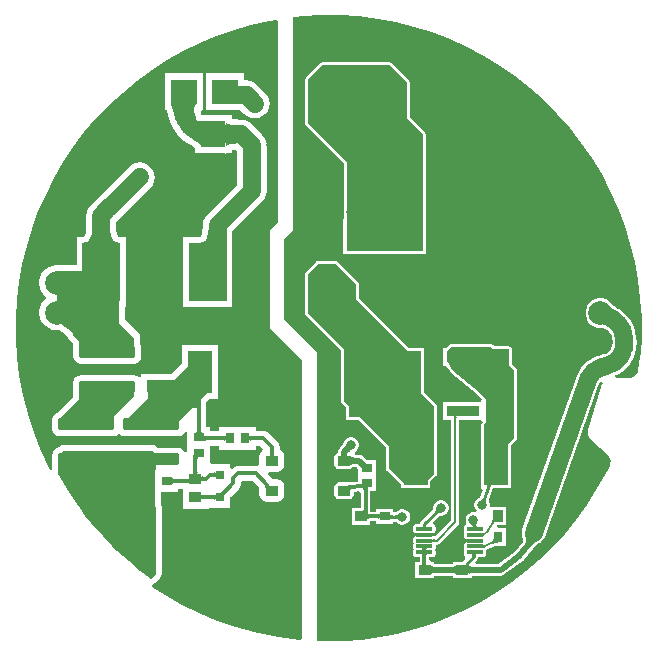
<source format=gtl>
G04*
G04 #@! TF.GenerationSoftware,Altium Limited,Altium Designer,24.6.1 (21)*
G04*
G04 Layer_Physical_Order=1*
G04 Layer_Color=255*
%FSLAX44Y44*%
%MOMM*%
G71*
G04*
G04 #@! TF.SameCoordinates,48E0A80C-5936-4B5D-ADAE-7FFE2CBD9C5D*
G04*
G04*
G04 #@! TF.FilePolarity,Positive*
G04*
G01*
G75*
%ADD10C,0.2000*%
%ADD12C,0.2500*%
%ADD13C,0.3000*%
%ADD15R,3.1750X4.9530*%
G04:AMPARAMS|DCode=16|XSize=1.4mm|YSize=0.28mm|CornerRadius=0.035mm|HoleSize=0mm|Usage=FLASHONLY|Rotation=180.000|XOffset=0mm|YOffset=0mm|HoleType=Round|Shape=RoundedRectangle|*
%AMROUNDEDRECTD16*
21,1,1.4000,0.2100,0,0,180.0*
21,1,1.3300,0.2800,0,0,180.0*
1,1,0.0700,-0.6650,0.1050*
1,1,0.0700,0.6650,0.1050*
1,1,0.0700,0.6650,-0.1050*
1,1,0.0700,-0.6650,-0.1050*
%
%ADD16ROUNDEDRECTD16*%
%ADD17R,6.0900X5.6300*%
%ADD18R,2.8300X0.9700*%
%ADD19R,2.0000X3.6000*%
%ADD20R,2.1000X2.2500*%
%ADD21R,2.2500X2.1000*%
%ADD22R,2.7700X1.1000*%
G04:AMPARAMS|DCode=23|XSize=0.97mm|YSize=4.73mm|CornerRadius=0.1213mm|HoleSize=0mm|Usage=FLASHONLY|Rotation=270.000|XOffset=0mm|YOffset=0mm|HoleType=Round|Shape=RoundedRectangle|*
%AMROUNDEDRECTD23*
21,1,0.9700,4.4875,0,0,270.0*
21,1,0.7275,4.7300,0,0,270.0*
1,1,0.2425,-2.2438,-0.3638*
1,1,0.2425,-2.2438,0.3638*
1,1,0.2425,2.2438,0.3638*
1,1,0.2425,2.2438,-0.3638*
%
%ADD23ROUNDEDRECTD23*%
%ADD24R,0.9500X0.8000*%
%ADD25R,0.8000X0.9500*%
G04:AMPARAMS|DCode=26|XSize=1.9mm|YSize=3.37mm|CornerRadius=0.0665mm|HoleSize=0mm|Usage=FLASHONLY|Rotation=180.000|XOffset=0mm|YOffset=0mm|HoleType=Round|Shape=RoundedRectangle|*
%AMROUNDEDRECTD26*
21,1,1.9000,3.2370,0,0,180.0*
21,1,1.7670,3.3700,0,0,180.0*
1,1,0.1330,-0.8835,1.6185*
1,1,0.1330,0.8835,1.6185*
1,1,0.1330,0.8835,-1.6185*
1,1,0.1330,-0.8835,-1.6185*
%
%ADD26ROUNDEDRECTD26*%
%ADD27R,0.7620X0.7620*%
G04:AMPARAMS|DCode=28|XSize=1.1mm|YSize=0.9mm|CornerRadius=0.1125mm|HoleSize=0mm|Usage=FLASHONLY|Rotation=0.000|XOffset=0mm|YOffset=0mm|HoleType=Round|Shape=RoundedRectangle|*
%AMROUNDEDRECTD28*
21,1,1.1000,0.6750,0,0,0.0*
21,1,0.8750,0.9000,0,0,0.0*
1,1,0.2250,0.4375,-0.3375*
1,1,0.2250,-0.4375,-0.3375*
1,1,0.2250,-0.4375,0.3375*
1,1,0.2250,0.4375,0.3375*
%
%ADD28ROUNDEDRECTD28*%
%ADD29R,1.0500X0.9000*%
%ADD30R,6.5000X2.5000*%
%ADD31R,0.9000X1.0500*%
%ADD55R,1.2500X1.2500*%
%ADD56C,1.2500*%
%ADD57C,1.5000*%
%ADD58C,0.5000*%
%ADD59C,2.0000*%
%ADD60C,5.0000*%
%ADD61R,2.7000X2.7000*%
%ADD62C,2.7000*%
%ADD63C,2.5000*%
%ADD64C,1.1000*%
%ADD65C,0.8000*%
G36*
X9748Y264788D02*
X25646Y263758D01*
X41452Y261773D01*
X57111Y258841D01*
X72564Y254971D01*
X87757Y250178D01*
X102633Y244479D01*
X117140Y237895D01*
X131224Y230449D01*
X144834Y222170D01*
X157921Y213086D01*
X170437Y203230D01*
X182338Y192640D01*
X193579Y181352D01*
X204121Y169408D01*
X213924Y156851D01*
X222954Y143726D01*
X231178Y130082D01*
X238565Y115968D01*
X245089Y101434D01*
X250726Y86534D01*
X255457Y71322D01*
X259263Y55853D01*
X262131Y40182D01*
X264050Y24368D01*
X265014Y8466D01*
X265017Y501D01*
X265017Y501D01*
X265030Y-7125D01*
X264183Y-22313D01*
X263850Y-24240D01*
X263850Y-24241D01*
X262305Y-35690D01*
X262219Y-36331D01*
X261938Y-37190D01*
X261097Y-38465D01*
X259900Y-39910D01*
X259899D01*
X259900Y-39910D01*
X258058Y-41312D01*
X255035Y-42312D01*
X243438Y-42216D01*
X243036Y-42228D01*
X242611Y-40239D01*
X244153Y-39601D01*
X248209Y-37115D01*
X251826Y-34025D01*
X254916Y-30408D01*
X257402Y-26352D01*
X259222Y-21957D01*
X260333Y-17331D01*
X260706Y-12588D01*
X260333Y-7846D01*
X260288Y-7660D01*
X260286Y-7604D01*
X259579Y-3363D01*
X259535Y-3218D01*
X259473Y-2588D01*
X258394Y968D01*
X258043Y2125D01*
X257675Y2813D01*
X257129Y4021D01*
X257128Y4022D01*
X256779Y4593D01*
X254823Y7785D01*
X251957Y11140D01*
X248601Y14006D01*
X245444Y15941D01*
X245137Y16157D01*
X241268Y18184D01*
X240002Y20375D01*
X237675Y22703D01*
X234825Y24348D01*
X231646Y25200D01*
X228354D01*
X225175Y24348D01*
X222325Y22703D01*
X219998Y20375D01*
X218352Y17525D01*
X217500Y14346D01*
Y11054D01*
X218352Y7875D01*
X219998Y5025D01*
X222325Y2697D01*
X225175Y1052D01*
X228354Y200D01*
X231646D01*
X231963Y285D01*
X234041Y-803D01*
X235763Y-1714D01*
X235763D01*
X237332Y-2813D01*
X237712Y-3105D01*
X238979Y-4757D01*
X239282Y-5488D01*
X239282Y-5488D01*
X239707Y-7027D01*
X240010Y-8653D01*
X240388Y-10921D01*
X240354Y-10927D01*
X240573Y-12588D01*
X240226Y-15224D01*
X239208Y-17680D01*
X237590Y-19789D01*
X235481Y-21407D01*
X234667Y-21745D01*
X232844Y-22387D01*
X232633Y-22429D01*
X232641Y-22469D01*
X232641Y-22469D01*
X230536Y-22894D01*
X230504Y-22873D01*
X230504Y-22873D01*
X228774Y-23397D01*
X228072Y-23610D01*
X227721Y-23656D01*
X226889Y-23969D01*
X225073Y-24735D01*
X223713Y-25299D01*
X219896Y-27638D01*
X216492Y-30545D01*
X213585Y-33949D01*
X211779Y-36895D01*
X211246Y-37766D01*
X211245Y-37768D01*
X210865Y-38662D01*
X210346Y-39633D01*
X210076Y-40523D01*
X209930Y-40808D01*
X164018Y-169934D01*
X163467Y-172509D01*
X163601Y-175138D01*
X163793Y-175732D01*
X163799Y-175857D01*
X164064Y-176910D01*
X164266Y-177829D01*
X164546Y-179524D01*
X164611Y-180192D01*
X164635Y-180795D01*
X164623Y-181300D01*
X164595Y-181563D01*
X157891Y-189487D01*
X143803Y-199652D01*
X124868D01*
X124103Y-197804D01*
X125518Y-196389D01*
X126347Y-195149D01*
X126584Y-193956D01*
X130550D01*
X131662Y-193735D01*
X132605Y-193105D01*
X133235Y-192162D01*
X133456Y-191050D01*
Y-188950D01*
X133250Y-187915D01*
X133253Y-187914D01*
X133357Y-187862D01*
X133636Y-187796D01*
X140719Y-184571D01*
X141555Y-184255D01*
X141573Y-184250D01*
X142905D01*
X142914Y-184253D01*
X142945Y-184250D01*
X150000D01*
Y-169750D01*
X143557D01*
X142422Y-167750D01*
X142870Y-167000D01*
X150250D01*
Y-151500D01*
X138076D01*
X136994Y-151500D01*
X136500Y-150856D01*
X136500Y-149144D01*
X136057Y-147491D01*
X135889Y-147201D01*
X135856Y-147070D01*
X135709Y-146761D01*
X135621Y-146541D01*
X135557Y-146341D01*
X135513Y-146160D01*
X135488Y-145997D01*
X135477Y-145848D01*
X135479Y-145710D01*
X135492Y-145577D01*
X135494Y-145566D01*
X138839Y-135457D01*
X138878Y-135366D01*
X138918Y-135290D01*
X154150D01*
Y-99955D01*
X158927Y-95177D01*
X159480Y-94351D01*
X159674Y-93375D01*
Y-35625D01*
X159480Y-34650D01*
X158927Y-33823D01*
X155462Y-30357D01*
Y-18815D01*
X155216Y-17580D01*
X154517Y-16533D01*
X153470Y-15834D01*
X152235Y-15588D01*
X140693D01*
X139302Y-14198D01*
X138476Y-13645D01*
X137500Y-13451D01*
X104000D01*
X103025Y-13645D01*
X102198Y-14198D01*
X99145Y-17250D01*
X97250D01*
Y-31950D01*
X99758D01*
X102408Y-36850D01*
X102414Y-36857D01*
X102417Y-36866D01*
X102731Y-37239D01*
X103042Y-37615D01*
X103051Y-37620D01*
X103057Y-37627D01*
X121680Y-52535D01*
X129580Y-60435D01*
X129255Y-62661D01*
X128734Y-63050D01*
X97250D01*
Y-77750D01*
X103653D01*
Y-162800D01*
X90022Y-176431D01*
X89311D01*
X89243Y-176429D01*
X89084Y-176414D01*
X88862Y-176265D01*
X87750Y-176044D01*
X74450D01*
X73338Y-176265D01*
X72395Y-176895D01*
X71765Y-177838D01*
X71544Y-178950D01*
Y-181050D01*
X71765Y-182162D01*
X71991Y-182500D01*
X71765Y-182838D01*
X71544Y-183950D01*
Y-186050D01*
X71765Y-187162D01*
X71991Y-187500D01*
X71765Y-187838D01*
X71544Y-188950D01*
Y-191050D01*
X71765Y-192162D01*
X72395Y-193105D01*
X73338Y-193735D01*
X74450Y-193956D01*
X77022D01*
Y-197750D01*
X73500D01*
Y-211750D01*
X86377D01*
X86469Y-211768D01*
X86562Y-211750D01*
X89000D01*
Y-210016D01*
X89310Y-209950D01*
X90347Y-209848D01*
X104314D01*
X104576Y-209866D01*
X105149Y-209942D01*
X105500Y-210016D01*
Y-211750D01*
X107937D01*
X108031Y-211768D01*
X108123Y-211750D01*
X118377D01*
X118469Y-211768D01*
X118562Y-211750D01*
X121000D01*
Y-210016D01*
X121310Y-209950D01*
X122347Y-209848D01*
X145513D01*
X147464Y-209460D01*
X148372Y-208853D01*
X148658Y-208722D01*
X164363Y-197390D01*
X164786Y-196935D01*
X165272Y-196549D01*
X173034Y-187374D01*
X173423Y-186672D01*
X173865Y-186002D01*
X173999Y-185672D01*
X174071Y-185559D01*
X174321Y-185243D01*
X174664Y-184873D01*
X175103Y-184458D01*
X175597Y-184040D01*
X177822Y-182465D01*
X178709Y-181919D01*
X178894Y-181747D01*
X180061Y-180991D01*
X181826Y-179037D01*
X183024Y-176692D01*
X228424Y-49010D01*
X229127Y-47192D01*
X229127Y-47192D01*
X229127Y-47192D01*
X230141Y-45563D01*
X230542Y-45040D01*
X230942Y-44941D01*
X232125Y-46709D01*
X231414Y-47675D01*
X230503Y-49694D01*
X219586Y-86504D01*
X219465Y-89491D01*
X220210Y-92417D01*
X221814Y-95021D01*
X236569Y-107817D01*
X237533Y-109270D01*
X238257Y-110970D01*
X238658Y-112803D01*
X238446Y-115116D01*
X237892Y-116461D01*
X237892Y-116461D01*
X237172Y-118278D01*
X234300Y-124105D01*
X226781Y-137373D01*
X218513Y-150188D01*
X209522Y-162507D01*
X199839Y-174288D01*
X189495Y-185494D01*
X178524Y-196088D01*
X166963Y-206034D01*
X154849Y-215299D01*
X142224Y-223853D01*
X129127Y-231668D01*
X115604Y-238717D01*
X101698Y-244979D01*
X87455Y-250431D01*
X72923Y-255055D01*
X58149Y-258838D01*
X43182Y-261765D01*
X28071Y-263828D01*
X12867Y-265020D01*
X-2380Y-265336D01*
X-10000Y-265056D01*
X-10000Y-20000D01*
X-37500Y7500D01*
Y75000D01*
X-30000Y82500D01*
Y263049D01*
X-28092Y263271D01*
X-22088Y263971D01*
X-6182Y264859D01*
X9748Y264788D01*
D02*
G37*
G36*
X109032Y-75240D02*
X108862Y-75300D01*
X108712Y-75399D01*
X108582Y-75539D01*
X108472Y-75719D01*
X108382Y-75939D01*
X108312Y-76199D01*
X108262Y-76500D01*
X108232Y-76839D01*
X108222Y-77220D01*
X106222D01*
X106212Y-76839D01*
X106182Y-76500D01*
X106132Y-76199D01*
X106062Y-75939D01*
X105972Y-75719D01*
X105862Y-75539D01*
X105732Y-75399D01*
X105582Y-75300D01*
X105412Y-75240D01*
X105222Y-75219D01*
X109222D01*
X109032Y-75240D01*
D02*
G37*
G36*
X-164500Y-48000D02*
Y-57500D01*
X-182000Y-75000D01*
Y-81000D01*
X-225250D01*
X-228500Y-77750D01*
X-211000Y-60250D01*
Y-47675D01*
X-209070Y-45832D01*
X-164500Y-48000D01*
D02*
G37*
G36*
X-101250Y-53250D02*
X-111000Y-63000D01*
Y-67500D01*
X-115500D01*
X-131250Y-83250D01*
X-172250D01*
Y-79000D01*
X-153250Y-60000D01*
Y-52000D01*
X-146000Y-44750D01*
X-131750D01*
X-117500Y-30500D01*
X-101250D01*
X-101250Y-53250D01*
D02*
G37*
G36*
X-108485Y-86106D02*
X-108440Y-86622D01*
X-108365Y-87076D01*
X-108260Y-87470D01*
X-108125Y-87803D01*
X-107960Y-88076D01*
X-107765Y-88288D01*
X-107540Y-88440D01*
X-107285Y-88531D01*
X-107000Y-88561D01*
X-113000D01*
X-112715Y-88531D01*
X-112460Y-88440D01*
X-112235Y-88288D01*
X-112040Y-88076D01*
X-111875Y-87803D01*
X-111740Y-87470D01*
X-111635Y-87076D01*
X-111560Y-86622D01*
X-111515Y-86106D01*
X-111500Y-85531D01*
X-108500D01*
X-108485Y-86106D01*
D02*
G37*
G36*
X-105279Y-90785D02*
X-105187Y-91040D01*
X-105035Y-91265D01*
X-104822Y-91460D01*
X-104550Y-91625D01*
X-104216Y-91760D01*
X-103823Y-91865D01*
X-103369Y-91940D01*
X-102855Y-91985D01*
X-102281Y-92000D01*
Y-95000D01*
X-102851Y-95015D01*
X-103361Y-95059D01*
X-103811Y-95132D01*
X-104200Y-95235D01*
X-104530Y-95367D01*
X-104801Y-95529D01*
X-105010Y-95720D01*
X-105161Y-95941D01*
X-105251Y-96190D01*
X-105281Y-96469D01*
X-105311Y-90500D01*
X-105279Y-90785D01*
D02*
G37*
G36*
X-66781D02*
X-66690Y-91040D01*
X-66538Y-91265D01*
X-66326Y-91460D01*
X-66053Y-91625D01*
X-65720Y-91760D01*
X-65326Y-91865D01*
X-64872Y-91940D01*
X-64356Y-91985D01*
X-63780Y-92000D01*
Y-95000D01*
X-64356Y-95015D01*
X-64872Y-95060D01*
X-65326Y-95135D01*
X-65720Y-95240D01*
X-66053Y-95375D01*
X-66326Y-95540D01*
X-66538Y-95735D01*
X-66690Y-95960D01*
X-66781Y-96215D01*
X-66811Y-96500D01*
Y-90500D01*
X-66781Y-90785D01*
D02*
G37*
G36*
X-87719Y-96500D02*
X-87750Y-96215D01*
X-87839Y-95960D01*
X-87990Y-95735D01*
X-88200Y-95540D01*
X-88469Y-95375D01*
X-88799Y-95240D01*
X-89190Y-95135D01*
X-89640Y-95060D01*
X-90149Y-95015D01*
X-90719Y-95000D01*
Y-92000D01*
X-90149Y-91985D01*
X-89640Y-91940D01*
X-89190Y-91865D01*
X-88799Y-91760D01*
X-88469Y-91625D01*
X-88200Y-91460D01*
X-87990Y-91265D01*
X-87839Y-91040D01*
X-87750Y-90785D01*
X-87719Y-90500D01*
Y-96500D01*
D02*
G37*
G36*
X157125Y-35625D02*
Y-93375D01*
X152000Y-98500D01*
X131750D01*
Y-82250D01*
X133500Y-79500D01*
X133250Y-60500D01*
X123383Y-50633D01*
X104650Y-35637D01*
X100250Y-27500D01*
X100250Y-19750D01*
X104000Y-16000D01*
X137500D01*
X157125Y-35625D01*
D02*
G37*
G36*
X-55940Y-102081D02*
X-56136Y-104072D01*
X-56791Y-104509D01*
X-58145Y-106535D01*
X-58620Y-108925D01*
Y-115167D01*
X-59244Y-115954D01*
X-59508Y-116185D01*
X-60450Y-116726D01*
X-61609Y-116573D01*
X-76321D01*
X-78017Y-116797D01*
X-79598Y-117452D01*
X-80956Y-118494D01*
X-81702Y-119240D01*
X-83550Y-118474D01*
Y-115415D01*
X-98629D01*
X-100250Y-114500D01*
X-100250Y-113796D01*
Y-100056D01*
X-92750D01*
Y-103250D01*
X-61750D01*
Y-100056D01*
X-57966D01*
X-55940Y-102081D01*
D02*
G37*
G36*
X-46485Y-105385D02*
X-46440Y-105900D01*
X-46365Y-106355D01*
X-46260Y-106749D01*
X-46125Y-107082D01*
X-45960Y-107355D01*
X-45765Y-107567D01*
X-45540Y-107718D01*
X-45285Y-107809D01*
X-45000Y-107839D01*
X-51000D01*
X-50715Y-107809D01*
X-50460Y-107718D01*
X-50235Y-107567D01*
X-50040Y-107355D01*
X-49875Y-107082D01*
X-49740Y-106749D01*
X-49635Y-106355D01*
X-49560Y-105900D01*
X-49515Y-105385D01*
X-49500Y-104809D01*
X-46500D01*
X-46485Y-105385D01*
D02*
G37*
G36*
X-110035Y-109500D02*
X-110290Y-109590D01*
X-110515Y-109740D01*
X-110710Y-109950D01*
X-110875Y-110219D01*
X-111010Y-110549D01*
X-111115Y-110940D01*
X-111190Y-111390D01*
X-111235Y-111899D01*
X-111250Y-112470D01*
X-114250D01*
X-114255Y-111899D01*
X-114367Y-110219D01*
X-114419Y-109950D01*
X-114480Y-109740D01*
X-114551Y-109590D01*
X-114630Y-109500D01*
X-114719Y-109469D01*
X-109750D01*
X-110035Y-109500D01*
D02*
G37*
G36*
X-111235Y-120601D02*
X-111190Y-121110D01*
X-111115Y-121560D01*
X-111010Y-121951D01*
X-110875Y-122281D01*
X-110710Y-122550D01*
X-110515Y-122760D01*
X-110290Y-122910D01*
X-110035Y-123000D01*
X-109750Y-123031D01*
X-115750D01*
X-115465Y-123000D01*
X-115210Y-122910D01*
X-114985Y-122760D01*
X-114790Y-122550D01*
X-114625Y-122281D01*
X-114490Y-121951D01*
X-114385Y-121560D01*
X-114310Y-121110D01*
X-114265Y-120601D01*
X-114250Y-120030D01*
X-111250D01*
X-111235Y-120601D01*
D02*
G37*
G36*
X-96109Y-127225D02*
X-96139Y-126940D01*
X-96230Y-126685D01*
X-96382Y-126460D01*
X-96594Y-126265D01*
X-96867Y-126100D01*
X-97200Y-125965D01*
X-97594Y-125860D01*
X-98048Y-125785D01*
X-98564Y-125740D01*
X-99139Y-125725D01*
Y-122725D01*
X-98564Y-122710D01*
X-98048Y-122665D01*
X-97594Y-122590D01*
X-97200Y-122485D01*
X-96867Y-122350D01*
X-96594Y-122185D01*
X-96382Y-121990D01*
X-96230Y-121765D01*
X-96139Y-121510D01*
X-96109Y-121225D01*
Y-127225D01*
D02*
G37*
G36*
X-107531Y-124785D02*
X-107440Y-125040D01*
X-107288Y-125265D01*
X-107076Y-125460D01*
X-106803Y-125625D01*
X-106470Y-125760D01*
X-106076Y-125865D01*
X-105622Y-125940D01*
X-105106Y-125985D01*
X-104530Y-126000D01*
Y-129000D01*
X-105106Y-129015D01*
X-105622Y-129060D01*
X-106076Y-129135D01*
X-106470Y-129240D01*
X-106803Y-129375D01*
X-107076Y-129540D01*
X-107288Y-129735D01*
X-107440Y-129960D01*
X-107531Y-130215D01*
X-107561Y-130500D01*
Y-124500D01*
X-107531Y-124785D01*
D02*
G37*
G36*
X-117970Y-131969D02*
X-117999Y-131785D01*
X-118090Y-131621D01*
X-118239Y-131475D01*
X-118449Y-131349D01*
X-118720Y-131242D01*
X-119050Y-131155D01*
X-119439Y-131087D01*
X-119889Y-131039D01*
X-120969Y-131000D01*
Y-128000D01*
X-120395Y-127985D01*
X-119881Y-127940D01*
X-119427Y-127865D01*
X-119034Y-127760D01*
X-118701Y-127625D01*
X-118428Y-127460D01*
X-118215Y-127265D01*
X-118063Y-127040D01*
X-117971Y-126785D01*
X-117939Y-126500D01*
X-117970Y-131969D01*
D02*
G37*
G36*
X-132281Y-126785D02*
X-132190Y-127040D01*
X-132038Y-127265D01*
X-131826Y-127460D01*
X-131553Y-127625D01*
X-131220Y-127760D01*
X-130826Y-127865D01*
X-130372Y-127940D01*
X-129856Y-127985D01*
X-129281Y-128000D01*
Y-131000D01*
X-129856Y-131015D01*
X-130372Y-131060D01*
X-130826Y-131135D01*
X-131220Y-131240D01*
X-131553Y-131375D01*
X-131826Y-131540D01*
X-132038Y-131735D01*
X-132190Y-131960D01*
X-132281Y-132215D01*
X-132311Y-132500D01*
Y-126500D01*
X-132281Y-126785D01*
D02*
G37*
G36*
X138080Y-132783D02*
X137832Y-132854D01*
X137596Y-132973D01*
X137369Y-133139D01*
X137154Y-133353D01*
X136949Y-133614D01*
X136755Y-133923D01*
X136571Y-134278D01*
X136398Y-134682D01*
X136236Y-135133D01*
X133603D01*
X133738Y-134682D01*
X133833Y-134278D01*
X133884Y-133923D01*
X133894Y-133614D01*
X133862Y-133353D01*
X133788Y-133139D01*
X133672Y-132973D01*
X133514Y-132854D01*
X133313Y-132783D01*
X133071Y-132760D01*
X138338D01*
X138080Y-132783D01*
D02*
G37*
G36*
X-86459Y-139495D02*
X-87056Y-140113D01*
X-87996Y-141220D01*
X-88338Y-141709D01*
X-88596Y-142155D01*
X-88769Y-142557D01*
X-88856Y-142917D01*
X-88859Y-143234D01*
X-88778Y-143507D01*
X-88611Y-143738D01*
X-92823Y-139526D01*
X-92592Y-139693D01*
X-92319Y-139774D01*
X-92002Y-139771D01*
X-91643Y-139684D01*
X-91240Y-139511D01*
X-90794Y-139253D01*
X-90305Y-138911D01*
X-89773Y-138483D01*
X-88581Y-137374D01*
X-86459Y-139495D01*
D02*
G37*
G36*
X-96109Y-146275D02*
X-96139Y-145990D01*
X-96230Y-145735D01*
X-96382Y-145510D01*
X-96594Y-145315D01*
X-96867Y-145150D01*
X-97200Y-145015D01*
X-97594Y-144910D01*
X-98048Y-144835D01*
X-98564Y-144790D01*
X-99139Y-144775D01*
Y-141775D01*
X-98564Y-141760D01*
X-98048Y-141715D01*
X-97594Y-141640D01*
X-97200Y-141535D01*
X-96867Y-141400D01*
X-96594Y-141235D01*
X-96382Y-141040D01*
X-96230Y-140815D01*
X-96139Y-140560D01*
X-96109Y-140275D01*
Y-146275D01*
D02*
G37*
G36*
X-107531Y-140560D02*
X-107440Y-140815D01*
X-107288Y-141040D01*
X-107076Y-141235D01*
X-106803Y-141400D01*
X-106470Y-141535D01*
X-106076Y-141640D01*
X-105622Y-141715D01*
X-105106Y-141760D01*
X-104530Y-141775D01*
Y-144775D01*
X-105106Y-144790D01*
X-105622Y-144835D01*
X-106076Y-144910D01*
X-106470Y-145015D01*
X-106803Y-145150D01*
X-107076Y-145315D01*
X-107288Y-145510D01*
X-107440Y-145735D01*
X-107531Y-145990D01*
X-107561Y-146275D01*
Y-140275D01*
X-107531Y-140560D01*
D02*
G37*
G36*
X-42500Y259777D02*
X-42500Y90000D01*
X-50000Y82500D01*
Y0D01*
X-22499Y-27501D01*
X-22499Y-262280D01*
X-24499Y-264114D01*
X-30677Y-263580D01*
X-46912Y-261156D01*
X-62966Y-257735D01*
X-78778Y-253327D01*
X-94288Y-247951D01*
X-109436Y-241626D01*
X-124164Y-234378D01*
X-138415Y-226233D01*
X-149378Y-219034D01*
X-149298Y-217608D01*
X-148970Y-216909D01*
X-148693Y-216854D01*
X-148341Y-216618D01*
X-147945Y-216469D01*
X-147522Y-216071D01*
X-147039Y-215749D01*
X-142895Y-211605D01*
X-141790Y-209951D01*
X-141402Y-208000D01*
Y-151500D01*
X-141652Y-150243D01*
Y-138500D01*
X-127250D01*
Y-136056D01*
X-123000D01*
Y-153000D01*
X-102500D01*
Y-153000D01*
X-101170Y-152085D01*
X-83550D01*
Y-143924D01*
X-83533Y-143841D01*
X-83276Y-143538D01*
X-82793Y-143038D01*
X-82688Y-142874D01*
X-75929Y-136116D01*
X-74887Y-134758D01*
X-74232Y-133177D01*
X-74009Y-131480D01*
Y-130090D01*
X-73605Y-129685D01*
X-64324D01*
X-58620Y-135390D01*
Y-141075D01*
X-58145Y-143465D01*
X-56791Y-145491D01*
X-54765Y-146845D01*
X-52375Y-147320D01*
X-43625D01*
X-41235Y-146845D01*
X-39209Y-145491D01*
X-37855Y-143465D01*
X-37380Y-141075D01*
Y-134325D01*
X-37855Y-131935D01*
X-39209Y-129909D01*
X-41235Y-128555D01*
X-43625Y-128080D01*
X-47386D01*
X-51546Y-123920D01*
X-50718Y-121920D01*
X-43625D01*
X-41235Y-121445D01*
X-39209Y-120091D01*
X-37855Y-118065D01*
X-37380Y-115675D01*
Y-108925D01*
X-37855Y-106535D01*
X-39209Y-104509D01*
X-41235Y-103155D01*
X-41444Y-103114D01*
Y-100750D01*
X-41667Y-99053D01*
X-42322Y-97472D01*
X-43364Y-96114D01*
X-50614Y-88864D01*
X-51972Y-87822D01*
X-53553Y-87167D01*
X-55250Y-86944D01*
X-61750D01*
Y-83750D01*
X-92750D01*
Y-86944D01*
X-100250D01*
Y-83500D01*
X-103444D01*
Y-62653D01*
X-101080Y-60290D01*
X-93850D01*
Y-14290D01*
X-123850D01*
Y-29640D01*
X-132840Y-38630D01*
X-158850D01*
Y-40678D01*
X-159754Y-41202D01*
X-160850Y-41505D01*
X-162638Y-40311D01*
X-165063Y-39828D01*
X-209937D01*
X-212362Y-40311D01*
X-214417Y-41684D01*
X-215790Y-43738D01*
X-216272Y-46163D01*
Y-53438D01*
X-216098Y-54311D01*
Y-58138D01*
X-230288Y-72328D01*
X-232167Y-73583D01*
X-233540Y-75638D01*
X-234022Y-78063D01*
Y-85337D01*
X-233540Y-87761D01*
X-232167Y-89817D01*
X-230112Y-91190D01*
X-227687Y-91672D01*
X-182812D01*
X-180389Y-91190D01*
X-178334Y-89817D01*
X-176916D01*
X-174862Y-91190D01*
X-172437Y-91672D01*
X-127563D01*
X-125139Y-91190D01*
X-123083Y-89817D01*
X-121750Y-87821D01*
X-121591Y-87785D01*
X-119750Y-88153D01*
Y-101500D01*
Y-104847D01*
X-121591Y-105215D01*
X-121750Y-105179D01*
X-123083Y-103183D01*
X-125139Y-101811D01*
X-127563Y-101328D01*
X-144712D01*
X-145645Y-100395D01*
X-147299Y-99290D01*
X-149250Y-98902D01*
X-225000D01*
X-226951Y-99290D01*
X-228605Y-100395D01*
X-229997Y-101788D01*
X-230112Y-101811D01*
X-232167Y-103183D01*
X-233540Y-105239D01*
X-233697Y-106030D01*
X-233710Y-106049D01*
X-234098Y-108000D01*
Y-119967D01*
X-236098Y-120472D01*
X-237024Y-118756D01*
X-243915Y-103857D01*
X-249872Y-88561D01*
X-254872Y-72926D01*
X-258896Y-57012D01*
X-261929Y-40880D01*
X-263959Y-24591D01*
X-264979Y-8207D01*
X-264982Y0D01*
X-264966Y7778D01*
X-264024Y23304D01*
X-262174Y38749D01*
X-259423Y54059D01*
X-255780Y69181D01*
X-251257Y84064D01*
X-245870Y98657D01*
X-239637Y112909D01*
X-232581Y126771D01*
X-224724Y140197D01*
X-216095Y153139D01*
X-206722Y165553D01*
X-196639Y177397D01*
X-185879Y188630D01*
X-174479Y199214D01*
X-162479Y209111D01*
X-149920Y218289D01*
X-136845Y226715D01*
X-123298Y234361D01*
X-109327Y241201D01*
X-94980Y247210D01*
X-80305Y252368D01*
X-65353Y256658D01*
X-50175Y260065D01*
X-44024Y261072D01*
X-42500Y259777D01*
D02*
G37*
G36*
X133134Y-144507D02*
X133035Y-144855D01*
X132968Y-145207D01*
X132931Y-145563D01*
X132927Y-145924D01*
X132953Y-146288D01*
X133011Y-146656D01*
X133100Y-147028D01*
X133221Y-147404D01*
X133372Y-147784D01*
X133556Y-148168D01*
X128239Y-146409D01*
X128615Y-146210D01*
X128963Y-145995D01*
X129284Y-145765D01*
X129578Y-145520D01*
X129844Y-145259D01*
X130082Y-144983D01*
X130293Y-144691D01*
X130477Y-144383D01*
X130632Y-144060D01*
X130761Y-143722D01*
X133134Y-144507D01*
D02*
G37*
G36*
X130320Y-79750D02*
X129600Y-80882D01*
X129519Y-81089D01*
X129395Y-81275D01*
X129341Y-81548D01*
X129240Y-81809D01*
X129244Y-82031D01*
X129201Y-82250D01*
Y-94290D01*
X129150D01*
Y-135290D01*
X129150D01*
X130309Y-136894D01*
X128234Y-143164D01*
X128230Y-143174D01*
X128161Y-143289D01*
X128080Y-143401D01*
X127983Y-143514D01*
X127865Y-143630D01*
X127723Y-143749D01*
X127552Y-143871D01*
X127350Y-143995D01*
X127047Y-144155D01*
X126861Y-144307D01*
X126009Y-144799D01*
X124799Y-146009D01*
X123943Y-147491D01*
X123500Y-149144D01*
Y-150856D01*
X123943Y-152509D01*
X124799Y-153991D01*
X125243Y-154435D01*
X124207Y-156228D01*
X123356Y-156000D01*
X121644D01*
X119991Y-156443D01*
X118509Y-157299D01*
X117299Y-158509D01*
X116443Y-159991D01*
X116000Y-161644D01*
Y-163356D01*
X116228Y-164208D01*
X116138Y-166265D01*
X115195Y-166895D01*
X114565Y-167838D01*
X114344Y-168950D01*
Y-171050D01*
X114565Y-172162D01*
X114791Y-172500D01*
X114565Y-172838D01*
X114344Y-173950D01*
Y-176050D01*
X114565Y-177162D01*
X115195Y-178105D01*
X116138Y-178735D01*
X117250Y-178956D01*
X129242D01*
X130065Y-180956D01*
X129976Y-181044D01*
X117250D01*
X116138Y-181265D01*
X115195Y-181895D01*
X114565Y-182838D01*
X114344Y-183950D01*
Y-186050D01*
X114565Y-187162D01*
X114791Y-187500D01*
X114565Y-187838D01*
X114344Y-188950D01*
Y-191050D01*
X114565Y-192162D01*
X115195Y-193105D01*
X115584Y-195508D01*
X114546Y-196546D01*
X113742Y-197750D01*
X108123D01*
X108031Y-197731D01*
X107937Y-197750D01*
X105500D01*
Y-199484D01*
X105190Y-199550D01*
X104153Y-199652D01*
X90186D01*
X89924Y-199634D01*
X89351Y-199559D01*
X89000Y-199484D01*
Y-197750D01*
X86562D01*
X86470Y-197731D01*
X85178Y-196328D01*
Y-193956D01*
X87750D01*
X88862Y-193735D01*
X89805Y-193105D01*
X90435Y-192162D01*
X90656Y-191050D01*
Y-188950D01*
X90435Y-187838D01*
X90209Y-187500D01*
X90435Y-187162D01*
X90656Y-186050D01*
Y-183950D01*
X90969Y-183569D01*
X91500D01*
X92866Y-183297D01*
X94023Y-182523D01*
X109745Y-166802D01*
X110519Y-165644D01*
X110790Y-164278D01*
Y-77750D01*
X129222D01*
X130320Y-79750D01*
D02*
G37*
G36*
X141502Y-164439D02*
X141359Y-164314D01*
X141199Y-164256D01*
X141020Y-164264D01*
X140824Y-164337D01*
X140610Y-164477D01*
X140379Y-164684D01*
X140129Y-164956D01*
X139862Y-165295D01*
X139577Y-165699D01*
X139274Y-166170D01*
X137728Y-164867D01*
X138053Y-164323D01*
X138559Y-163358D01*
X138739Y-162937D01*
X138871Y-162557D01*
X138956Y-162217D01*
X138992Y-161918D01*
X138980Y-161660D01*
X138919Y-161443D01*
X138811Y-161266D01*
X141502Y-164439D01*
D02*
G37*
G36*
X125543Y-165150D02*
X125342Y-165506D01*
X125172Y-165862D01*
X125034Y-166219D01*
X124927Y-166576D01*
X124851Y-166933D01*
X124808Y-167291D01*
X124803Y-167416D01*
X124952Y-167739D01*
X125117Y-168013D01*
X125298Y-168237D01*
X125495Y-168411D01*
X125708Y-168535D01*
X125938Y-168610D01*
X126183Y-168635D01*
X123422D01*
X122409Y-168824D01*
X122365Y-168635D01*
X121096D01*
X121334Y-168610D01*
X121538Y-168535D01*
X121706Y-168411D01*
X121839Y-168237D01*
X121938Y-168013D01*
X122002Y-167739D01*
X122008Y-167673D01*
X121906Y-167483D01*
X121707Y-167177D01*
X121479Y-166882D01*
X121221Y-166600D01*
X120934Y-166329D01*
X120618Y-166070D01*
X120272Y-165822D01*
X125777Y-164794D01*
X125543Y-165150D01*
D02*
G37*
G36*
X132806Y-175343D02*
X132443Y-175478D01*
X131020Y-176101D01*
X130909Y-176175D01*
X130834Y-176239D01*
X130794Y-176294D01*
X130550Y-173604D01*
X130607Y-173613D01*
X130698Y-173607D01*
X130822Y-173586D01*
X130979Y-173549D01*
X131650Y-173347D01*
X132621Y-173008D01*
X132806Y-175343D01*
D02*
G37*
G36*
X88038Y-178761D02*
X88118Y-178811D01*
X88235Y-178856D01*
X88389Y-178894D01*
X88581Y-178926D01*
X89075Y-178974D01*
X89719Y-178997D01*
X90096Y-179000D01*
Y-181000D01*
X89719Y-181003D01*
X88581Y-181074D01*
X88389Y-181106D01*
X88235Y-181144D01*
X88118Y-181189D01*
X88038Y-181239D01*
X87994Y-181294D01*
Y-178706D01*
X88038Y-178761D01*
D02*
G37*
G36*
X143197Y-181719D02*
X142990Y-181605D01*
X142734Y-181535D01*
X142431Y-181508D01*
X142080Y-181525D01*
X141680Y-181586D01*
X141233Y-181691D01*
X140738Y-181839D01*
X139603Y-182268D01*
X138964Y-182548D01*
X137710Y-180921D01*
X138221Y-180678D01*
X139024Y-180225D01*
X139315Y-180015D01*
X139534Y-179816D01*
X139679Y-179629D01*
X139752Y-179454D01*
X139751Y-179289D01*
X139677Y-179136D01*
X139530Y-178994D01*
X143197Y-181719D01*
D02*
G37*
G36*
X132575Y-185457D02*
X132235Y-185551D01*
X131230Y-185893D01*
X131069Y-185971D01*
X130943Y-186045D01*
X130853Y-186116D01*
X130799Y-186183D01*
X130781Y-186247D01*
X130794Y-183705D01*
X130816Y-183735D01*
X130855Y-183756D01*
X130909Y-183770D01*
X130979Y-183775D01*
X131066Y-183773D01*
X131168Y-183762D01*
X131287Y-183743D01*
X131573Y-183682D01*
X131740Y-183640D01*
X132575Y-185457D01*
D02*
G37*
G36*
X177371Y-179749D02*
X176416Y-180338D01*
X174035Y-182023D01*
X173403Y-182557D01*
X172852Y-183078D01*
X172383Y-183585D01*
X171994Y-184078D01*
X171686Y-184557D01*
X171458Y-185023D01*
X166827Y-183140D01*
X166989Y-182648D01*
X167103Y-182090D01*
X167169Y-181465D01*
X167186Y-180774D01*
X167154Y-180017D01*
X167075Y-179193D01*
X166770Y-177347D01*
X166545Y-176325D01*
X166272Y-175236D01*
X177371Y-179749D01*
D02*
G37*
G36*
X82615Y-186180D02*
X82631Y-186365D01*
X84100D01*
X83815Y-186396D01*
X83560Y-186486D01*
X83335Y-186638D01*
X83140Y-186850D01*
X82975Y-187123D01*
X82840Y-187456D01*
X82828Y-187500D01*
X82840Y-187544D01*
X82975Y-187877D01*
X83140Y-188150D01*
X83335Y-188362D01*
X83560Y-188513D01*
X83815Y-188604D01*
X84100Y-188635D01*
X82631D01*
X82615Y-188820D01*
X82600Y-189396D01*
X79600D01*
X79585Y-188820D01*
X79569Y-188635D01*
X78100D01*
X78385Y-188604D01*
X78640Y-188513D01*
X78865Y-188362D01*
X79060Y-188150D01*
X79225Y-187877D01*
X79360Y-187544D01*
X79372Y-187500D01*
X79360Y-187456D01*
X79225Y-187123D01*
X79060Y-186850D01*
X78865Y-186638D01*
X78640Y-186486D01*
X78385Y-186396D01*
X78100Y-186365D01*
X79569D01*
X79585Y-186180D01*
X79600Y-185604D01*
X82600D01*
X82615Y-186180D01*
D02*
G37*
G36*
X124907Y-191388D02*
X124730Y-191458D01*
X124574Y-191574D01*
X124439Y-191737D01*
X124324Y-191945D01*
X124231Y-192201D01*
X124158Y-192502D01*
X124106Y-192850D01*
X124075Y-193245D01*
X124065Y-193685D01*
X121565D01*
X121554Y-193245D01*
X121523Y-192850D01*
X121471Y-192502D01*
X121398Y-192201D01*
X121305Y-191945D01*
X121190Y-191737D01*
X121055Y-191574D01*
X120899Y-191458D01*
X120722Y-191388D01*
X120525Y-191365D01*
X125104D01*
X124907Y-191388D01*
D02*
G37*
G36*
X83815Y-191396D02*
X83560Y-191487D01*
X83335Y-191638D01*
X83140Y-191850D01*
X82975Y-192123D01*
X82840Y-192456D01*
X82735Y-192850D01*
X82660Y-193305D01*
X82615Y-193820D01*
X82600Y-194396D01*
X79600D01*
X79585Y-193820D01*
X79540Y-193305D01*
X79465Y-192850D01*
X79360Y-192456D01*
X79225Y-192123D01*
X79060Y-191850D01*
X78865Y-191638D01*
X78640Y-191487D01*
X78385Y-191396D01*
X78100Y-191365D01*
X84100D01*
X83815Y-191396D01*
D02*
G37*
G36*
X82615Y-197850D02*
X82660Y-198361D01*
X82735Y-198811D01*
X82840Y-199200D01*
X82975Y-199531D01*
X83140Y-199800D01*
X83335Y-200011D01*
X83560Y-200161D01*
X83815Y-200250D01*
X84100Y-200280D01*
X78100D01*
X78385Y-200250D01*
X78640Y-200161D01*
X78865Y-200011D01*
X79060Y-199800D01*
X79225Y-199531D01*
X79360Y-199200D01*
X79465Y-198811D01*
X79540Y-198361D01*
X79585Y-197850D01*
X79600Y-197281D01*
X82600D01*
X82615Y-197850D01*
D02*
G37*
G36*
X118134Y-202384D02*
X117850Y-202679D01*
X117360Y-203253D01*
X117155Y-203532D01*
X116976Y-203805D01*
X116823Y-204074D01*
X116697Y-204337D01*
X116597Y-204595D01*
X116523Y-204847D01*
X116476Y-205095D01*
X113655Y-202274D01*
X113903Y-202227D01*
X114155Y-202153D01*
X114413Y-202053D01*
X114676Y-201927D01*
X114945Y-201774D01*
X115218Y-201595D01*
X115497Y-201390D01*
X116071Y-200900D01*
X116366Y-200616D01*
X118134Y-202384D01*
D02*
G37*
G36*
X118519Y-200655D02*
X118670Y-200989D01*
X118919Y-201285D01*
X119270Y-201541D01*
X119719Y-201758D01*
X120269Y-201935D01*
X120920Y-202073D01*
X121670Y-202171D01*
X122520Y-202230D01*
X123469Y-202250D01*
Y-207250D01*
X122520Y-207270D01*
X120920Y-207427D01*
X120269Y-207565D01*
X119719Y-207742D01*
X119270Y-207959D01*
X118919Y-208215D01*
X118670Y-208510D01*
X118519Y-208845D01*
X118469Y-209219D01*
Y-200280D01*
X118519Y-200655D01*
D02*
G37*
G36*
X108031Y-209219D02*
X107980Y-208845D01*
X107830Y-208510D01*
X107580Y-208215D01*
X107231Y-207959D01*
X106781Y-207742D01*
X106230Y-207565D01*
X105581Y-207427D01*
X104831Y-207329D01*
X103981Y-207270D01*
X103031Y-207250D01*
Y-202250D01*
X103981Y-202230D01*
X105581Y-202073D01*
X106230Y-201935D01*
X106781Y-201758D01*
X107231Y-201541D01*
X107580Y-201285D01*
X107830Y-200989D01*
X107980Y-200655D01*
X108031Y-200280D01*
Y-209219D01*
D02*
G37*
G36*
X86519Y-200655D02*
X86670Y-200989D01*
X86919Y-201285D01*
X87269Y-201541D01*
X87719Y-201758D01*
X88270Y-201935D01*
X88919Y-202073D01*
X89670Y-202171D01*
X90520Y-202230D01*
X91469Y-202250D01*
Y-207250D01*
X90520Y-207270D01*
X88919Y-207427D01*
X88270Y-207565D01*
X87719Y-207742D01*
X87269Y-207959D01*
X86919Y-208215D01*
X86670Y-208510D01*
X86519Y-208845D01*
X86469Y-209219D01*
Y-200280D01*
X86519Y-200655D01*
D02*
G37*
G36*
X-146500Y-106750D02*
Y-120500D01*
X-146750D01*
Y-138500D01*
Y-151500D01*
X-146500D01*
Y-208000D01*
X-150644Y-212144D01*
X-151536Y-211507D01*
X-159880Y-205395D01*
X-169217Y-197712D01*
X-179404Y-188459D01*
X-183500Y-184500D01*
X-191362Y-176306D01*
X-201235Y-164857D01*
X-206000Y-159000D01*
X-210538Y-152778D01*
X-214734Y-146931D01*
X-219816Y-139073D01*
X-222476Y-135029D01*
X-224825Y-130804D01*
X-229000Y-123294D01*
Y-108000D01*
X-225000Y-104000D01*
X-149250D01*
X-146500Y-106750D01*
D02*
G37*
%LPC*%
G36*
X51750Y224799D02*
X-5250D01*
X-6226Y224605D01*
X-7052Y224052D01*
X-19302Y211802D01*
X-19855Y210975D01*
X-20049Y210000D01*
Y173250D01*
X-19855Y172275D01*
X-19302Y171448D01*
X12701Y139444D01*
Y92500D01*
X12500D01*
Y62500D01*
X82500D01*
Y92500D01*
X82049D01*
Y164250D01*
X81855Y165226D01*
X81302Y166052D01*
X69049Y178306D01*
Y207500D01*
X68855Y208475D01*
X68302Y209302D01*
X53552Y224052D01*
X52726Y224605D01*
X51750Y224799D01*
D02*
G37*
G36*
X-9250Y56799D02*
X-9722Y56705D01*
X-10194Y56618D01*
X-10208Y56608D01*
X-10225Y56605D01*
X-10625Y56338D01*
X-11028Y56076D01*
X-11038Y56062D01*
X-11052Y56052D01*
X-19552Y47552D01*
X-20105Y46726D01*
X-20299Y45750D01*
Y12750D01*
X-20105Y11774D01*
X-19552Y10948D01*
X10701Y-19306D01*
Y-62000D01*
X10895Y-62976D01*
X11448Y-63802D01*
X14450Y-66805D01*
Y-78150D01*
X25795D01*
X33948Y-86302D01*
X33948Y-86302D01*
X48701Y-101056D01*
Y-119000D01*
X48895Y-119976D01*
X49448Y-120802D01*
X61150Y-132505D01*
Y-135290D01*
X86150D01*
Y-129705D01*
X90802Y-125052D01*
X91355Y-124226D01*
X91549Y-123250D01*
Y-66250D01*
X91355Y-65275D01*
X90802Y-64448D01*
X80350Y-53995D01*
Y-16850D01*
X67955D01*
X25799Y25306D01*
Y36750D01*
X25605Y37725D01*
X25052Y38552D01*
X7755Y55850D01*
X7356Y56117D01*
X6959Y56389D01*
X6942Y56393D01*
X6928Y56402D01*
X6457Y56496D01*
X5987Y56596D01*
X-9216Y56799D01*
X-9233Y56796D01*
X-9250Y56799D01*
D02*
G37*
G36*
X19856Y-92500D02*
X18144D01*
X16491Y-92943D01*
X15009Y-93799D01*
X13799Y-95009D01*
X12943Y-96491D01*
X12500Y-98144D01*
Y-98258D01*
X12263Y-98528D01*
X9395Y-101395D01*
X8290Y-103049D01*
X7902Y-105000D01*
Y-105373D01*
X7211Y-105510D01*
X6011Y-106312D01*
X5210Y-107511D01*
X4929Y-108925D01*
Y-115675D01*
X5210Y-117089D01*
X6011Y-118288D01*
X7211Y-119090D01*
X8625Y-119371D01*
X17375D01*
X18789Y-119090D01*
X19361Y-118708D01*
X19392Y-118698D01*
X19454Y-118646D01*
X19988Y-118288D01*
X20129Y-118079D01*
X20153Y-118058D01*
X20275Y-117906D01*
X20295Y-117888D01*
X20381Y-117831D01*
X20553Y-117747D01*
X20817Y-117650D01*
X21177Y-117555D01*
X21593Y-117477D01*
X22447Y-117398D01*
X23438D01*
X24085Y-118045D01*
X24354Y-118324D01*
X25140Y-119242D01*
X25250Y-119389D01*
X25250Y-125000D01*
X25250Y-127000D01*
Y-130144D01*
X16767Y-130628D01*
X16765Y-130629D01*
X8625D01*
X7211Y-130910D01*
X6011Y-131712D01*
X5210Y-132911D01*
X4929Y-134325D01*
Y-141075D01*
X5210Y-142489D01*
X6011Y-143688D01*
X7211Y-144490D01*
X8625Y-144771D01*
X17375D01*
X18789Y-144490D01*
X19988Y-143688D01*
X20790Y-142489D01*
X21071Y-141075D01*
Y-138552D01*
X25718Y-138287D01*
X27172Y-139660D01*
Y-152500D01*
X19750D01*
Y-166500D01*
X35250D01*
Y-163578D01*
X40250D01*
Y-166000D01*
X54750D01*
Y-164191D01*
X55908Y-163958D01*
X56706Y-163854D01*
X56838Y-163895D01*
X56976Y-163953D01*
X57123Y-164028D01*
X57281Y-164126D01*
X57450Y-164249D01*
X57632Y-164402D01*
X57879Y-164639D01*
X58067Y-164760D01*
X58509Y-165201D01*
X59991Y-166057D01*
X61644Y-166500D01*
X63356D01*
X65009Y-166057D01*
X66491Y-165201D01*
X67701Y-163991D01*
X68557Y-162509D01*
X69000Y-160856D01*
Y-159144D01*
X68557Y-157491D01*
X67701Y-156009D01*
X66491Y-154799D01*
X65009Y-153943D01*
X63356Y-153500D01*
X61644D01*
X59991Y-153943D01*
X58509Y-154799D01*
X58067Y-155240D01*
X57879Y-155361D01*
X57632Y-155598D01*
X57450Y-155751D01*
X57281Y-155874D01*
X57123Y-155972D01*
X56976Y-156048D01*
X56838Y-156104D01*
X56706Y-156146D01*
X55909Y-156041D01*
X54750Y-155809D01*
Y-153000D01*
X40250D01*
Y-155422D01*
X35328D01*
Y-138000D01*
X39750D01*
Y-127000D01*
X39750Y-125000D01*
X39750Y-123000D01*
Y-112000D01*
X32680D01*
X30803Y-110343D01*
X29155Y-108695D01*
X27501Y-107590D01*
X25550Y-107202D01*
X22896D01*
X22519Y-106783D01*
X22773Y-104327D01*
X22991Y-104201D01*
X24201Y-102991D01*
X25057Y-101509D01*
X25500Y-99856D01*
Y-98144D01*
X25057Y-96491D01*
X24201Y-95009D01*
X22991Y-93799D01*
X21509Y-92943D01*
X19856Y-92500D01*
D02*
G37*
G36*
X95856Y-146000D02*
X94144D01*
X92491Y-146443D01*
X91009Y-147299D01*
X89799Y-148509D01*
X88943Y-149991D01*
X88500Y-151644D01*
Y-152269D01*
X88452Y-152487D01*
X88445Y-152830D01*
X88424Y-153066D01*
X88392Y-153273D01*
X88349Y-153454D01*
X88299Y-153611D01*
X88242Y-153749D01*
X88178Y-153872D01*
X88106Y-153984D01*
X88099Y-153993D01*
X78396Y-163696D01*
X77568Y-164937D01*
X77347Y-166044D01*
X74450D01*
X73338Y-166265D01*
X72395Y-166895D01*
X71765Y-167838D01*
X71544Y-168950D01*
Y-171050D01*
X71765Y-172162D01*
X72395Y-173105D01*
X73338Y-173735D01*
X74450Y-173956D01*
X87750D01*
X88862Y-173735D01*
X89805Y-173105D01*
X90435Y-172162D01*
X90656Y-171050D01*
Y-168950D01*
X90435Y-167838D01*
X89805Y-166895D01*
X89227Y-166509D01*
X88766Y-164950D01*
X88711Y-164196D01*
X93507Y-159401D01*
X93516Y-159394D01*
X93628Y-159322D01*
X93751Y-159258D01*
X93889Y-159201D01*
X94046Y-159151D01*
X94227Y-159108D01*
X94434Y-159076D01*
X94670Y-159055D01*
X95013Y-159048D01*
X95231Y-159000D01*
X95856D01*
X97509Y-158557D01*
X98991Y-157701D01*
X100201Y-156491D01*
X101057Y-155009D01*
X101500Y-153356D01*
Y-151644D01*
X101057Y-149991D01*
X100201Y-148509D01*
X98991Y-147299D01*
X97509Y-146443D01*
X95856Y-146000D01*
D02*
G37*
%LPD*%
G36*
X66500Y207500D02*
Y177250D01*
X79500Y164250D01*
Y72750D01*
X25000D01*
X18500Y79250D01*
X15250Y87578D01*
Y140500D01*
X-17500Y173250D01*
Y210000D01*
X-5250Y222250D01*
X51750D01*
X66500Y207500D01*
D02*
G37*
G36*
X5953Y54047D02*
X23250Y36750D01*
Y24250D01*
X75750Y-28250D01*
Y-53000D01*
X89000Y-66250D01*
Y-123250D01*
X80500Y-131750D01*
X64000D01*
X51250Y-119000D01*
Y-100000D01*
X35750Y-84500D01*
X13250Y-62000D01*
Y-18250D01*
X-17750Y12750D01*
Y45750D01*
X-9250Y54250D01*
X5953Y54047D01*
D02*
G37*
G36*
X18960Y-103000D02*
X18863Y-103016D01*
X18742Y-103065D01*
X18595Y-103149D01*
X18423Y-103265D01*
X18226Y-103416D01*
X17756Y-103818D01*
X16863Y-104673D01*
X13327Y-101137D01*
X13646Y-100814D01*
X14734Y-99577D01*
X14851Y-99405D01*
X14935Y-99258D01*
X14984Y-99137D01*
X15000Y-99040D01*
X18960Y-103000D01*
D02*
G37*
G36*
X15503Y-105540D02*
X15611Y-107385D01*
X15651Y-107584D01*
X15698Y-107726D01*
X15750Y-107811D01*
X15809Y-107839D01*
X10191D01*
X10250Y-107811D01*
X10302Y-107726D01*
X10349Y-107584D01*
X10389Y-107385D01*
X10423Y-107130D01*
X10472Y-106448D01*
X10500Y-105000D01*
X15500D01*
X15503Y-105540D01*
D02*
G37*
G36*
X18418Y-108452D02*
X18733Y-108735D01*
X19110Y-108985D01*
X19550Y-109201D01*
X20052Y-109384D01*
X20615Y-109534D01*
X21241Y-109650D01*
X21929Y-109733D01*
X22679Y-109783D01*
X23491Y-109800D01*
Y-114800D01*
X22679Y-114817D01*
X21241Y-114950D01*
X20615Y-115066D01*
X20052Y-115216D01*
X19550Y-115399D01*
X19110Y-115615D01*
X18733Y-115865D01*
X18418Y-116148D01*
X18164Y-116464D01*
Y-108136D01*
X18418Y-108452D01*
D02*
G37*
G36*
X28545Y-111750D02*
X31306Y-114187D01*
X31646Y-114407D01*
X31915Y-114537D01*
X32114Y-114578D01*
X32241Y-114530D01*
X27780Y-118991D01*
X27828Y-118864D01*
X27787Y-118665D01*
X27657Y-118396D01*
X27437Y-118056D01*
X27128Y-117645D01*
X26242Y-116611D01*
X24245Y-114530D01*
X27780Y-110995D01*
X28545Y-111750D01*
D02*
G37*
G36*
X27780Y-135470D02*
X27751Y-135493D01*
X27664Y-135518D01*
X27519Y-135544D01*
X27053Y-135599D01*
X24871Y-135753D01*
X24785Y-132753D01*
X25358Y-132705D01*
X25871Y-132631D01*
X26324Y-132530D01*
X26717Y-132402D01*
X27049Y-132248D01*
X27322Y-132067D01*
X27534Y-131860D01*
X27687Y-131627D01*
X27779Y-131366D01*
X27811Y-131079D01*
X27780Y-135470D01*
D02*
G37*
G36*
X21486Y-135946D02*
X20870Y-135996D01*
X20324Y-136073D01*
X19848Y-136175D01*
X19441Y-136303D01*
X19104Y-136457D01*
X18836Y-136638D01*
X18638Y-136844D01*
X18509Y-137077D01*
X18450Y-137335D01*
X18461Y-137620D01*
X17802Y-133294D01*
X17803Y-133267D01*
X17883Y-133238D01*
X18044Y-133208D01*
X18284Y-133175D01*
X20682Y-132989D01*
X21400Y-132946D01*
X21486Y-135946D01*
D02*
G37*
G36*
X33965Y-135469D02*
X33710Y-135560D01*
X33485Y-135712D01*
X33290Y-135924D01*
X33125Y-136197D01*
X32990Y-136530D01*
X32885Y-136924D01*
X32810Y-137379D01*
X32765Y-137894D01*
X32750Y-138469D01*
X29750D01*
X29735Y-137894D01*
X29690Y-137379D01*
X29615Y-136924D01*
X29510Y-136530D01*
X29375Y-136197D01*
X29210Y-135924D01*
X29015Y-135712D01*
X28790Y-135560D01*
X28535Y-135469D01*
X28250Y-135439D01*
X34250D01*
X33965Y-135469D01*
D02*
G37*
G36*
X32720Y-155030D02*
X28250D01*
X28535Y-155000D01*
X28790Y-154910D01*
X29015Y-154761D01*
X29210Y-154551D01*
X29375Y-154281D01*
X29510Y-153951D01*
X29615Y-153560D01*
X29690Y-153111D01*
X29735Y-152600D01*
X29750Y-152030D01*
X32750D01*
X32720Y-155030D01*
D02*
G37*
G36*
X52214Y-157738D02*
X52290Y-157950D01*
X52417Y-158138D01*
X52594Y-158300D01*
X52822Y-158438D01*
X53100Y-158550D01*
X53429Y-158638D01*
X53809Y-158700D01*
X54239Y-158737D01*
X54720Y-158750D01*
Y-161250D01*
X54239Y-161262D01*
X53809Y-161300D01*
X53429Y-161362D01*
X53100Y-161450D01*
X52822Y-161562D01*
X52594Y-161700D01*
X52417Y-161863D01*
X52290Y-162050D01*
X52214Y-162262D01*
X52189Y-162500D01*
Y-157500D01*
X52214Y-157738D01*
D02*
G37*
G36*
X42811Y-162500D02*
X42781Y-162215D01*
X42690Y-161960D01*
X42538Y-161735D01*
X42326Y-161540D01*
X42053Y-161375D01*
X41720Y-161240D01*
X41326Y-161135D01*
X40872Y-161060D01*
X40356Y-161015D01*
X39780Y-161000D01*
Y-158000D01*
X40356Y-157985D01*
X40872Y-157940D01*
X41326Y-157865D01*
X41720Y-157760D01*
X42053Y-157625D01*
X42326Y-157460D01*
X42538Y-157265D01*
X42690Y-157040D01*
X42781Y-156785D01*
X42811Y-156500D01*
Y-162500D01*
D02*
G37*
G36*
X32719Y-156785D02*
X32810Y-157040D01*
X32962Y-157265D01*
X33174Y-157460D01*
X33447Y-157625D01*
X33780Y-157760D01*
X34174Y-157865D01*
X34629Y-157940D01*
X35144Y-157985D01*
X35719Y-158000D01*
Y-161000D01*
X35144Y-161015D01*
X34629Y-161060D01*
X34174Y-161135D01*
X33780Y-161240D01*
X33447Y-161375D01*
X33174Y-161540D01*
X32962Y-161735D01*
X32810Y-161960D01*
X32719Y-162215D01*
X32689Y-162500D01*
Y-156500D01*
X32719Y-156785D01*
D02*
G37*
G36*
X59643Y-162800D02*
X59337Y-162505D01*
X59023Y-162242D01*
X58704Y-162010D01*
X58379Y-161808D01*
X58048Y-161637D01*
X57711Y-161498D01*
X57367Y-161390D01*
X57018Y-161312D01*
X56662Y-161266D01*
X56300Y-161250D01*
Y-158750D01*
X56662Y-158735D01*
X57018Y-158688D01*
X57367Y-158610D01*
X57711Y-158502D01*
X58048Y-158363D01*
X58379Y-158192D01*
X58704Y-157991D01*
X59023Y-157758D01*
X59337Y-157494D01*
X59643Y-157200D01*
Y-162800D01*
D02*
G37*
G36*
X94960Y-156500D02*
X94535Y-156509D01*
X94127Y-156544D01*
X93737Y-156605D01*
X93365Y-156692D01*
X93010Y-156806D01*
X92673Y-156946D01*
X92353Y-157112D01*
X92051Y-157304D01*
X91767Y-157523D01*
X91500Y-157768D01*
X89732Y-156000D01*
X89977Y-155733D01*
X90196Y-155449D01*
X90388Y-155147D01*
X90554Y-154827D01*
X90694Y-154490D01*
X90808Y-154135D01*
X90895Y-153763D01*
X90956Y-153373D01*
X90991Y-152965D01*
X91000Y-152540D01*
X94960Y-156500D01*
D02*
G37*
G36*
X82360Y-166825D02*
X82388Y-167204D01*
X82436Y-167540D01*
X82503Y-167830D01*
X82589Y-168076D01*
X82694Y-168277D01*
X82817Y-168433D01*
X82961Y-168545D01*
X83123Y-168612D01*
X83304Y-168635D01*
X78896D01*
X79077Y-168612D01*
X79239Y-168545D01*
X79382Y-168433D01*
X79507Y-168277D01*
X79611Y-168076D01*
X79697Y-167830D01*
X79764Y-167540D01*
X79812Y-167204D01*
X79840Y-166825D01*
X79850Y-166400D01*
X82350D01*
X82360Y-166825D01*
D02*
G37*
%LPC*%
G36*
X-71500Y215500D02*
X-104000D01*
Y184500D01*
X-85569D01*
X-84750Y184392D01*
X-74722D01*
X-71415Y181085D01*
X-68804Y179081D01*
X-65763Y177822D01*
X-62500Y177392D01*
X-59237Y177822D01*
X-56196Y179081D01*
X-53585Y181085D01*
X-51581Y183696D01*
X-50322Y186737D01*
X-49892Y190000D01*
X-50322Y193263D01*
X-51581Y196304D01*
X-53585Y198915D01*
X-60585Y205915D01*
X-63196Y207919D01*
X-66237Y209178D01*
X-69500Y209608D01*
X-71500D01*
Y215500D01*
D02*
G37*
G36*
X-160000Y140108D02*
X-163263Y139678D01*
X-166304Y138419D01*
X-168915Y136415D01*
X-193591Y111740D01*
X-194665Y110915D01*
X-201500Y104080D01*
X-203504Y101469D01*
X-204763Y98428D01*
X-205193Y95165D01*
Y86926D01*
X-205252Y84676D01*
X-205446Y82478D01*
X-205748Y80669D01*
X-206124Y79269D01*
X-206523Y78294D01*
X-206868Y77729D01*
X-207087Y77493D01*
X-207183Y77430D01*
X-207291Y77392D01*
X-208119Y77305D01*
X-208246Y77265D01*
X-213460D01*
Y53098D01*
X-227507D01*
X-228523Y53300D01*
X-231477D01*
X-234375Y52723D01*
X-237105Y51593D01*
X-239562Y49951D01*
X-241651Y47862D01*
X-243293Y45405D01*
X-244424Y42675D01*
X-245000Y39777D01*
Y36823D01*
X-244424Y33925D01*
X-243293Y31195D01*
X-241651Y28738D01*
X-239746Y26833D01*
X-239489Y25916D01*
Y25284D01*
X-239746Y24367D01*
X-241651Y22462D01*
X-243293Y20005D01*
X-244424Y17275D01*
X-245000Y14377D01*
Y11423D01*
X-244424Y8525D01*
X-243293Y5795D01*
X-241651Y3338D01*
X-239562Y1249D01*
X-237105Y-393D01*
X-234375Y-1523D01*
X-231477Y-2100D01*
X-228523D01*
X-227761Y-1948D01*
X-227179Y-2531D01*
X-225525Y-3636D01*
X-225310Y-3725D01*
X-223688Y-4809D01*
X-222309Y-6188D01*
X-221225Y-7810D01*
X-221136Y-8025D01*
X-220030Y-9679D01*
X-216098Y-13612D01*
Y-15689D01*
X-216272Y-16562D01*
Y-23837D01*
X-215790Y-26261D01*
X-214417Y-28317D01*
X-212362Y-29690D01*
X-209937Y-30172D01*
X-165063D01*
X-162638Y-29690D01*
X-160583Y-28317D01*
X-159211Y-26261D01*
X-158728Y-23837D01*
Y-16562D01*
X-159211Y-14138D01*
X-159402Y-13852D01*
Y-8250D01*
X-159790Y-6299D01*
X-160895Y-4645D01*
X-172152Y6612D01*
Y17735D01*
X-171710D01*
Y77265D01*
X-176924D01*
X-177051Y77305D01*
X-177879Y77392D01*
X-177987Y77430D01*
X-178083Y77493D01*
X-178302Y77729D01*
X-178647Y78294D01*
X-179046Y79269D01*
X-179422Y80669D01*
X-179724Y82478D01*
X-179918Y84676D01*
X-179977Y86926D01*
Y89943D01*
X-177659Y92261D01*
X-176585Y93085D01*
X-151085Y118585D01*
X-149081Y121196D01*
X-147822Y124237D01*
X-147392Y127500D01*
X-147822Y130763D01*
X-149081Y133804D01*
X-151085Y136415D01*
X-153696Y138419D01*
X-156737Y139678D01*
X-160000Y140108D01*
D02*
G37*
G36*
X-106000Y215500D02*
X-138500D01*
Y190041D01*
X-138560Y189806D01*
X-138539Y189663D01*
X-138567Y189521D01*
X-138500Y189185D01*
Y184500D01*
X-137119D01*
X-136302Y180396D01*
X-134349Y174641D01*
X-131661Y169190D01*
X-131168Y168453D01*
X-131145Y168407D01*
X-131128Y168393D01*
X-128351Y164237D01*
X-128284Y164137D01*
X-127054Y162734D01*
X-126354Y161830D01*
X-126096Y161632D01*
X-125414Y160833D01*
X-124892Y160387D01*
X-124666Y160105D01*
X-124371Y159943D01*
X-122122Y158022D01*
X-118432Y155761D01*
X-116248Y154856D01*
X-115747Y154522D01*
X-114527Y153589D01*
X-113601Y152784D01*
X-113030Y152195D01*
X-113000Y152155D01*
Y147750D01*
X-87370D01*
X-87030Y147683D01*
X-86691Y147750D01*
X-82000D01*
Y150629D01*
X-81438Y150755D01*
X-80140Y150948D01*
X-79099Y151019D01*
X-77608Y149528D01*
Y121222D01*
X-102955Y95875D01*
X-104959Y93264D01*
X-106218Y90223D01*
X-106622Y87153D01*
X-106636Y87092D01*
X-106638Y87037D01*
X-106648Y86960D01*
Y86643D01*
X-106705Y84448D01*
X-106891Y82291D01*
X-107182Y80515D01*
X-107544Y79142D01*
X-107927Y78191D01*
X-108252Y77649D01*
X-108443Y77439D01*
X-108496Y77403D01*
X-108543Y77386D01*
X-109309Y77303D01*
X-109432Y77265D01*
X-123290D01*
Y17735D01*
X-81540D01*
Y55056D01*
X-81432Y55875D01*
Y81738D01*
X-56085Y107085D01*
X-54081Y109696D01*
X-52822Y112737D01*
X-52392Y116000D01*
Y154750D01*
X-52822Y158013D01*
X-54081Y161054D01*
X-56085Y163665D01*
X-65175Y172755D01*
X-67786Y174759D01*
X-70827Y176018D01*
X-73826Y176413D01*
X-73920Y176435D01*
X-74018Y176439D01*
X-74090Y176448D01*
X-74302D01*
X-78410Y176585D01*
X-80029Y176747D01*
X-81357Y176961D01*
X-82000Y177119D01*
Y180250D01*
X-86691D01*
X-87030Y180317D01*
X-87370Y180250D01*
X-107612D01*
X-107918Y180312D01*
X-108308Y181877D01*
X-108426Y182500D01*
X-107019Y184500D01*
X-106000D01*
Y215500D01*
D02*
G37*
%LPD*%
G36*
X-185010Y84384D02*
X-184785Y81834D01*
X-184410Y79584D01*
X-183885Y77635D01*
X-183210Y75985D01*
X-182385Y74634D01*
X-181410Y73584D01*
X-180285Y72835D01*
X-179010Y72385D01*
X-177585Y72235D01*
X-207585D01*
X-206160Y72385D01*
X-204885Y72835D01*
X-203760Y73584D01*
X-202785Y74634D01*
X-201960Y75985D01*
X-201285Y77635D01*
X-200760Y79584D01*
X-200385Y81834D01*
X-200160Y84384D01*
X-200085Y87234D01*
X-185085D01*
X-185010Y84384D01*
D02*
G37*
G36*
X-177250Y4500D02*
X-164500Y-8250D01*
Y-18750D01*
X-208500D01*
X-211000Y-16250D01*
Y-11500D01*
X-216426Y-6074D01*
X-216707Y-5395D01*
X-218349Y-2938D01*
X-220438Y-849D01*
X-222895Y793D01*
X-223574Y1074D01*
X-230000Y7500D01*
Y48000D01*
X-177250D01*
Y4500D01*
D02*
G37*
G36*
X-111983Y189394D02*
X-112744Y188984D01*
X-113314Y188301D01*
X-113692Y187344D01*
X-113879Y186115D01*
X-113874Y184612D01*
X-113678Y182836D01*
X-113290Y180786D01*
X-112711Y178464D01*
X-111941Y175868D01*
X-127144Y171567D01*
X-133469Y189531D01*
X-111653Y189572D01*
X-111983Y189394D01*
D02*
G37*
G36*
X-111532Y175481D02*
X-111340Y175426D01*
X-111097Y175378D01*
X-110802Y175336D01*
X-110062Y175271D01*
X-108569Y175223D01*
X-107970Y175219D01*
X-107939Y153086D01*
X-108074Y153816D01*
X-108478Y154626D01*
X-109151Y155517D01*
X-110092Y156489D01*
X-111302Y157540D01*
X-112781Y158673D01*
X-116545Y161178D01*
X-121383Y164006D01*
X-111674Y175542D01*
X-111532Y175481D01*
D02*
G37*
G36*
X-86901Y174482D02*
X-86513Y173823D01*
X-85866Y173241D01*
X-84960Y172737D01*
X-83795Y172310D01*
X-82372Y171961D01*
X-80690Y171689D01*
X-78749Y171495D01*
X-74090Y171340D01*
Y156340D01*
X-76549Y156305D01*
X-80690Y156020D01*
X-82372Y155771D01*
X-83795Y155450D01*
X-84960Y155059D01*
X-85866Y154596D01*
X-86513Y154062D01*
X-86901Y153457D01*
X-87030Y152781D01*
Y175219D01*
X-86901Y174482D01*
D02*
G37*
G36*
X-86571Y72235D02*
X-108765D01*
X-107393Y72382D01*
X-106164Y72824D01*
X-105080Y73560D01*
X-104141Y74591D01*
X-103346Y75916D01*
X-102696Y77536D01*
X-102190Y79450D01*
X-101829Y81659D01*
X-101612Y84162D01*
X-101540Y86960D01*
X-86540D01*
X-86571Y72235D01*
D02*
G37*
D10*
X130550Y-184900D02*
G03*
X132158Y-184548I0J3850D01*
G01*
X130550Y-174900D02*
G03*
X133824Y-173076I0J3850D01*
G01*
X107222Y-164278D02*
Y-74250D01*
X129900Y-184900D02*
X130550D01*
X123900Y-185000D02*
X129900Y-184900D01*
X132158Y-184548D02*
X140500Y-180750D01*
X143500Y-177000D01*
X129900Y-174900D02*
X130550D01*
X133824Y-173076D02*
X139750Y-163500D01*
X123900Y-175000D02*
X129900Y-174900D01*
X139750Y-163500D02*
X143250Y-159250D01*
X91500Y-180000D02*
X107222Y-164278D01*
X111072Y-70400D02*
X113900D01*
X107222Y-74250D02*
X111072Y-70400D01*
X81100Y-180000D02*
X91500D01*
D12*
X117250Y-201500D02*
Y-199250D01*
X114000Y-204750D02*
X117250Y-201500D01*
Y-199250D02*
X122815Y-193685D01*
Y-190150D02*
X123900D01*
X122815Y-193685D02*
Y-190150D01*
X81100Y-166400D02*
X95000Y-152500D01*
X81100Y-169156D02*
Y-166400D01*
X130000Y-150000D02*
X141650Y-114790D01*
X47500Y-159500D02*
X51000Y-160000D01*
X62500D01*
X122500Y-162500D02*
X123733Y-169104D01*
D13*
X81100Y-204600D02*
X81250Y-204750D01*
X81100Y-190000D02*
Y-185432D01*
Y-204600D02*
Y-190000D01*
X-48000Y-112300D02*
Y-100750D01*
X-55250Y-93500D02*
X-48000Y-100750D01*
X-70750Y-93500D02*
X-55250D01*
X-61609Y-123130D02*
X-52000Y-132738D01*
Y-134700D02*
Y-132738D01*
X-76321Y-123130D02*
X-61609D01*
X-52000Y-134700D02*
X-49000Y-137700D01*
X-80565Y-127374D02*
X-76321Y-123130D01*
X-80565Y-131480D02*
Y-127374D01*
X-92360Y-143275D02*
X-80565Y-131480D01*
X-49000Y-137700D02*
X-48000D01*
X-110000Y-38440D02*
X-108850Y-37290D01*
X-110000Y-92500D02*
Y-38440D01*
X27500Y-159500D02*
X47500D01*
X31250Y-156500D02*
Y-134000D01*
X27500Y-159500D02*
X31250Y-156500D01*
Y-134000D02*
X32500Y-131500D01*
X13000Y-137700D02*
X17000Y-134700D01*
X29250Y-134000D01*
X32500Y-131500D01*
X-112750Y-143500D02*
X-112525Y-143275D01*
X-92360D01*
X-110000Y-92500D02*
X-109000Y-93500D01*
X-83750D01*
X-100725Y-124225D02*
X-92360D01*
X-104000Y-127500D02*
X-100725Y-124225D01*
X-112750Y-127500D02*
X-104000D01*
X-112750Y-108250D02*
X-110000Y-105500D01*
X-112750Y-127500D02*
Y-108250D01*
X-137000Y-129500D02*
X-114750D01*
X-112750Y-127500D01*
D15*
X-192585Y47500D02*
D03*
X-102415D02*
D03*
D16*
X123900Y-190000D02*
D03*
Y-185000D02*
D03*
Y-180000D02*
D03*
Y-175000D02*
D03*
Y-170000D02*
D03*
X81100Y-190000D02*
D03*
Y-185000D02*
D03*
Y-180000D02*
D03*
Y-175000D02*
D03*
Y-170000D02*
D03*
D17*
X47400Y-47500D02*
D03*
D18*
X113900Y-24600D02*
D03*
Y-70400D02*
D03*
D19*
X-108850Y-37290D02*
D03*
X-40850D02*
D03*
X73650Y-114790D02*
D03*
X141650D02*
D03*
D20*
X-97500Y164000D02*
D03*
Y129500D02*
D03*
D21*
X-122250Y200000D02*
D03*
X-87750D02*
D03*
D22*
X-140000Y-20870D02*
D03*
Y-49130D02*
D03*
D23*
X-150000Y-111300D02*
D03*
Y-81700D02*
D03*
X-205250D02*
D03*
Y-111300D02*
D03*
X-187500Y-20200D02*
D03*
Y-49800D02*
D03*
D24*
X-137000Y-142500D02*
D03*
Y-129500D02*
D03*
X-110000Y-92500D02*
D03*
Y-105500D02*
D03*
X47500Y-172500D02*
D03*
Y-159500D02*
D03*
X32500Y-131500D02*
D03*
Y-118500D02*
D03*
D25*
X-70750Y-93500D02*
D03*
X-83750D02*
D03*
X156500Y-177000D02*
D03*
X143500D02*
D03*
D26*
X143400Y-35000D02*
D03*
X196600D02*
D03*
D27*
X-92360Y-143275D02*
D03*
Y-124225D02*
D03*
X-69500Y-133750D02*
D03*
D28*
X13000Y-112300D02*
D03*
Y-137700D02*
D03*
X-48000D02*
D03*
Y-112300D02*
D03*
D29*
X-112750Y-127500D02*
D03*
Y-143500D02*
D03*
X27500Y-159500D02*
D03*
Y-175500D02*
D03*
X81250Y-204750D02*
D03*
Y-220750D02*
D03*
X113250Y-204750D02*
D03*
Y-220750D02*
D03*
D30*
X47500Y77500D02*
D03*
X172500D02*
D03*
D31*
X143250Y-159250D02*
D03*
X159250D02*
D03*
D55*
X-160000Y162500D02*
D03*
D56*
Y127500D02*
D03*
D57*
X-125180Y189737D02*
G03*
X-117439Y170745I33756J2685D01*
G01*
X-125225Y190902D02*
G03*
X-125180Y189737I15000J0D01*
G01*
X-117439Y170745D02*
G03*
X-105908Y165339I11531J9594D01*
G01*
X234637Y-32356D02*
G03*
X235284Y-32211I-2969J14703D01*
G01*
X232505Y-32786D02*
G03*
X230331Y-33399I2969J-14703D01*
G01*
X235284Y-32211D02*
G03*
X250337Y-9263I-4894J19622D01*
G01*
X230331Y-33399D02*
G03*
X219961Y-42905I6332J-17318D01*
G01*
D02*
G03*
X219433Y-44187I13594J-6341D01*
G01*
X249630Y-5022D02*
G03*
X248508Y-1321I-14796J-2467D01*
G01*
D02*
G03*
X240456Y7223I-16436J-7424D01*
G01*
X-105908Y165339D02*
X-100500D01*
X-125225Y197000D02*
X-122250Y200000D01*
X-125225Y190902D02*
Y197000D01*
X-100500Y165339D02*
X-97581Y164375D01*
X-94040Y86960D02*
X-65000Y116000D01*
X-74090Y163840D02*
X-65000Y154750D01*
X-97340Y163840D02*
X-74090D01*
X-65000Y116000D02*
Y154750D01*
X232505Y-32786D02*
X234637Y-32356D01*
X-94040Y55875D02*
Y86960D01*
X-102415Y47500D02*
X-94040Y55875D01*
X-192585Y95165D02*
X-185750Y102000D01*
X-192585Y47500D02*
Y95165D01*
X-185750Y102000D02*
X-185500D01*
X-160000Y127500D01*
X-87750Y200000D02*
X-84750Y197000D01*
X-69500D02*
X-62500Y190000D01*
X-84750Y197000D02*
X-69500D01*
X173521Y-173313D02*
X219433Y-44187D01*
X249630Y-5022D02*
X250337Y-9263D01*
X230000Y12700D02*
X240456Y7223D01*
D58*
X116475Y-204750D02*
X145513D01*
X114000D02*
X116475D01*
X169142Y-184081D02*
X173521Y-173313D01*
X145675Y-204588D02*
X161380Y-193256D01*
X113250Y-204750D02*
X114000D01*
X81250D02*
X113250D01*
X145513D02*
X145675Y-204588D01*
X161380Y-193256D02*
X169142Y-184081D01*
X13000Y-105000D02*
X19000Y-99000D01*
X13000Y-112300D02*
Y-105000D01*
X25550Y-112300D02*
X31750Y-118500D01*
X32500D01*
X13000Y-112300D02*
X25550D01*
D59*
X-230000Y38300D02*
D03*
Y12900D02*
D03*
Y-37900D02*
D03*
Y-12500D02*
D03*
X230000Y-12700D02*
D03*
Y12700D02*
D03*
D60*
X-100000Y-200000D02*
D03*
D61*
X45000Y200000D02*
D03*
D62*
X95000D02*
D03*
D63*
X-2500Y190000D02*
D03*
Y40000D02*
D03*
D64*
X-62500Y190000D02*
D03*
Y40000D02*
D03*
D65*
X-125938Y155987D02*
D03*
X-48500Y155000D02*
D03*
X97250Y-108500D02*
D03*
X118250Y-105500D02*
D03*
Y-133250D02*
D03*
X142000Y-192250D02*
D03*
X107750Y-191750D02*
D03*
X98250Y-185750D02*
D03*
X206750Y-138500D02*
D03*
X220000Y-113500D02*
D03*
X-94000Y-107750D02*
D03*
X-235500Y-94750D02*
D03*
X-178000D02*
D03*
X-137250Y-96500D02*
D03*
X-223250Y-57250D02*
D03*
X-54942Y-83005D02*
D03*
X-70000Y-112629D02*
D03*
X-40000Y-175000D02*
D03*
Y-235000D02*
D03*
X-55000Y215000D02*
D03*
Y95000D02*
D03*
X-70000Y65000D02*
D03*
Y5000D02*
D03*
Y-55000D02*
D03*
Y-175000D02*
D03*
X-55000Y-205000D02*
D03*
X-70000Y-235000D02*
D03*
X-100000Y5000D02*
D03*
X-85000Y-25000D02*
D03*
X-100000Y-235000D02*
D03*
X-130000Y125000D02*
D03*
X-115000Y95000D02*
D03*
X-130000Y65000D02*
D03*
Y5000D02*
D03*
Y-175000D02*
D03*
X-160000Y185000D02*
D03*
X-145000Y155000D02*
D03*
Y95000D02*
D03*
X-160000Y65000D02*
D03*
X-145000Y35000D02*
D03*
X-160000Y5000D02*
D03*
X-175000Y155000D02*
D03*
X-190000Y125000D02*
D03*
X-220000D02*
D03*
Y65000D02*
D03*
X-235000Y95000D02*
D03*
X-250000Y5000D02*
D03*
Y-55000D02*
D03*
X245000Y35000D02*
D03*
X215000D02*
D03*
X200000Y5000D02*
D03*
X215000Y-25000D02*
D03*
X170000Y185000D02*
D03*
Y125000D02*
D03*
X185000Y35000D02*
D03*
X170000Y5000D02*
D03*
Y-55000D02*
D03*
X185000Y-85000D02*
D03*
X170000Y-115000D02*
D03*
X155000Y155000D02*
D03*
X140000Y125000D02*
D03*
X155000Y35000D02*
D03*
X140000Y5000D02*
D03*
X155000Y-145000D02*
D03*
X110000Y185000D02*
D03*
X125000Y155000D02*
D03*
X110000Y125000D02*
D03*
X125000Y95000D02*
D03*
X110000Y65000D02*
D03*
X125000Y35000D02*
D03*
X110000Y5000D02*
D03*
Y-55000D02*
D03*
X125000Y-85000D02*
D03*
X110000Y-175000D02*
D03*
X80000Y185000D02*
D03*
X95000Y155000D02*
D03*
Y95000D02*
D03*
Y35000D02*
D03*
X80000Y5000D02*
D03*
Y-235000D02*
D03*
X50000Y245000D02*
D03*
X65000Y35000D02*
D03*
Y-145000D02*
D03*
Y-205000D02*
D03*
X50000Y-235000D02*
D03*
X20000Y245000D02*
D03*
X35000Y35000D02*
D03*
Y-205000D02*
D03*
X20000Y-235000D02*
D03*
X-10000Y245000D02*
D03*
Y125000D02*
D03*
X5000Y95000D02*
D03*
X-10000Y65000D02*
D03*
X5000Y-25000D02*
D03*
Y-85000D02*
D03*
Y-205000D02*
D03*
X95000Y-152500D02*
D03*
X130000Y-150000D02*
D03*
X62500Y-160000D02*
D03*
X122500Y-162500D02*
D03*
X19250Y98250D02*
D03*
X19000Y-99000D02*
D03*
M02*

</source>
